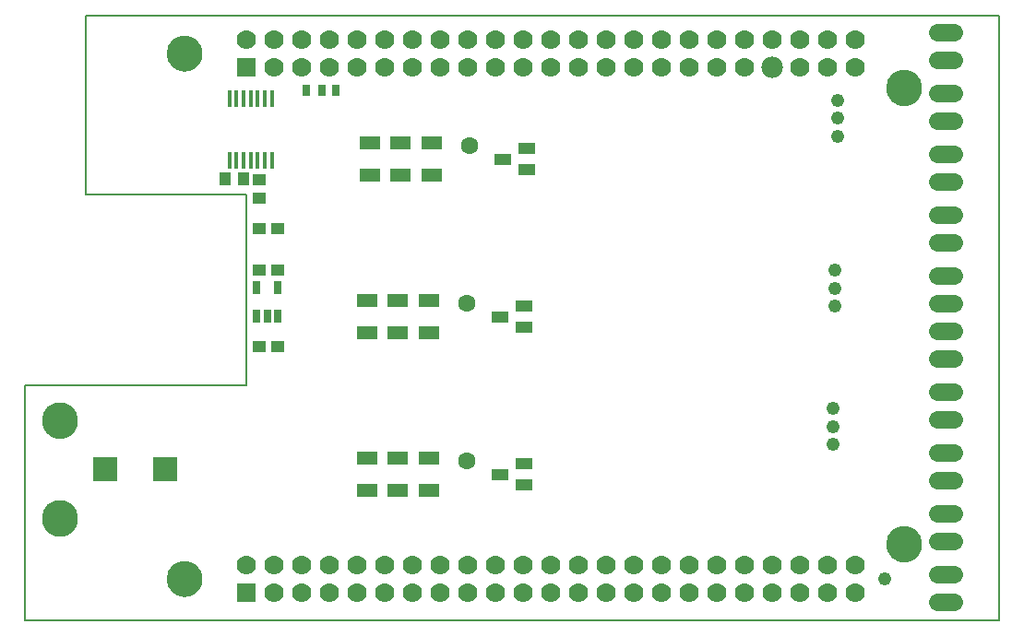
<source format=gbs>
G75*
%MOIN*%
%OFA0B0*%
%FSLAX25Y25*%
%IPPOS*%
%LPD*%
%AMOC8*
5,1,8,0,0,1.08239X$1,22.5*
%
%ADD10C,0.00500*%
%ADD11C,0.00000*%
%ADD12C,0.12900*%
%ADD13R,0.07000X0.07000*%
%ADD14C,0.07000*%
%ADD15C,0.07800*%
%ADD16R,0.07500X0.04800*%
%ADD17R,0.05912X0.04337*%
%ADD18C,0.06400*%
%ADD19R,0.08668X0.08668*%
%ADD20C,0.12998*%
%ADD21R,0.04731X0.04337*%
%ADD22R,0.04337X0.04731*%
%ADD23R,0.02565X0.05124*%
%ADD24R,0.03000X0.04200*%
%ADD25R,0.01800X0.06200*%
%ADD26C,0.04900*%
%ADD27C,0.06306*%
D10*
X0026831Y0007667D02*
X0026831Y0092667D01*
X0106831Y0092667D01*
X0106831Y0161667D01*
X0048831Y0161667D01*
X0048831Y0226167D01*
X0378831Y0226167D01*
X0378831Y0007667D01*
X0026831Y0007667D01*
D11*
X0078081Y0022667D02*
X0078083Y0022825D01*
X0078089Y0022982D01*
X0078099Y0023140D01*
X0078113Y0023297D01*
X0078131Y0023453D01*
X0078152Y0023610D01*
X0078178Y0023765D01*
X0078208Y0023920D01*
X0078241Y0024074D01*
X0078279Y0024227D01*
X0078320Y0024380D01*
X0078365Y0024531D01*
X0078414Y0024681D01*
X0078467Y0024829D01*
X0078523Y0024977D01*
X0078584Y0025122D01*
X0078647Y0025267D01*
X0078715Y0025409D01*
X0078786Y0025550D01*
X0078860Y0025689D01*
X0078938Y0025826D01*
X0079020Y0025961D01*
X0079104Y0026094D01*
X0079193Y0026225D01*
X0079284Y0026353D01*
X0079379Y0026480D01*
X0079476Y0026603D01*
X0079577Y0026725D01*
X0079681Y0026843D01*
X0079788Y0026959D01*
X0079898Y0027072D01*
X0080010Y0027183D01*
X0080126Y0027290D01*
X0080244Y0027395D01*
X0080364Y0027497D01*
X0080487Y0027595D01*
X0080613Y0027691D01*
X0080741Y0027783D01*
X0080871Y0027872D01*
X0081003Y0027958D01*
X0081138Y0028040D01*
X0081275Y0028119D01*
X0081413Y0028194D01*
X0081553Y0028266D01*
X0081696Y0028334D01*
X0081839Y0028399D01*
X0081985Y0028460D01*
X0082132Y0028517D01*
X0082280Y0028571D01*
X0082430Y0028621D01*
X0082580Y0028667D01*
X0082732Y0028709D01*
X0082885Y0028748D01*
X0083039Y0028782D01*
X0083194Y0028813D01*
X0083349Y0028839D01*
X0083505Y0028862D01*
X0083662Y0028881D01*
X0083819Y0028896D01*
X0083976Y0028907D01*
X0084134Y0028914D01*
X0084292Y0028917D01*
X0084449Y0028916D01*
X0084607Y0028911D01*
X0084764Y0028902D01*
X0084922Y0028889D01*
X0085078Y0028872D01*
X0085235Y0028851D01*
X0085390Y0028827D01*
X0085545Y0028798D01*
X0085700Y0028765D01*
X0085853Y0028729D01*
X0086006Y0028688D01*
X0086157Y0028644D01*
X0086307Y0028596D01*
X0086456Y0028545D01*
X0086604Y0028489D01*
X0086750Y0028430D01*
X0086895Y0028367D01*
X0087038Y0028300D01*
X0087179Y0028230D01*
X0087318Y0028157D01*
X0087456Y0028080D01*
X0087592Y0027999D01*
X0087725Y0027915D01*
X0087856Y0027828D01*
X0087985Y0027737D01*
X0088112Y0027643D01*
X0088237Y0027546D01*
X0088358Y0027446D01*
X0088478Y0027343D01*
X0088594Y0027237D01*
X0088708Y0027128D01*
X0088820Y0027016D01*
X0088928Y0026902D01*
X0089033Y0026784D01*
X0089136Y0026664D01*
X0089235Y0026542D01*
X0089331Y0026417D01*
X0089424Y0026289D01*
X0089514Y0026160D01*
X0089600Y0026028D01*
X0089684Y0025894D01*
X0089763Y0025758D01*
X0089840Y0025620D01*
X0089912Y0025480D01*
X0089981Y0025338D01*
X0090047Y0025195D01*
X0090109Y0025050D01*
X0090167Y0024903D01*
X0090222Y0024755D01*
X0090273Y0024606D01*
X0090320Y0024455D01*
X0090363Y0024304D01*
X0090402Y0024151D01*
X0090438Y0023997D01*
X0090469Y0023843D01*
X0090497Y0023688D01*
X0090521Y0023532D01*
X0090541Y0023375D01*
X0090557Y0023218D01*
X0090569Y0023061D01*
X0090577Y0022904D01*
X0090581Y0022746D01*
X0090581Y0022588D01*
X0090577Y0022430D01*
X0090569Y0022273D01*
X0090557Y0022116D01*
X0090541Y0021959D01*
X0090521Y0021802D01*
X0090497Y0021646D01*
X0090469Y0021491D01*
X0090438Y0021337D01*
X0090402Y0021183D01*
X0090363Y0021030D01*
X0090320Y0020879D01*
X0090273Y0020728D01*
X0090222Y0020579D01*
X0090167Y0020431D01*
X0090109Y0020284D01*
X0090047Y0020139D01*
X0089981Y0019996D01*
X0089912Y0019854D01*
X0089840Y0019714D01*
X0089763Y0019576D01*
X0089684Y0019440D01*
X0089600Y0019306D01*
X0089514Y0019174D01*
X0089424Y0019045D01*
X0089331Y0018917D01*
X0089235Y0018792D01*
X0089136Y0018670D01*
X0089033Y0018550D01*
X0088928Y0018432D01*
X0088820Y0018318D01*
X0088708Y0018206D01*
X0088594Y0018097D01*
X0088478Y0017991D01*
X0088358Y0017888D01*
X0088237Y0017788D01*
X0088112Y0017691D01*
X0087985Y0017597D01*
X0087856Y0017506D01*
X0087725Y0017419D01*
X0087592Y0017335D01*
X0087456Y0017254D01*
X0087318Y0017177D01*
X0087179Y0017104D01*
X0087038Y0017034D01*
X0086895Y0016967D01*
X0086750Y0016904D01*
X0086604Y0016845D01*
X0086456Y0016789D01*
X0086307Y0016738D01*
X0086157Y0016690D01*
X0086006Y0016646D01*
X0085853Y0016605D01*
X0085700Y0016569D01*
X0085545Y0016536D01*
X0085390Y0016507D01*
X0085235Y0016483D01*
X0085078Y0016462D01*
X0084922Y0016445D01*
X0084764Y0016432D01*
X0084607Y0016423D01*
X0084449Y0016418D01*
X0084292Y0016417D01*
X0084134Y0016420D01*
X0083976Y0016427D01*
X0083819Y0016438D01*
X0083662Y0016453D01*
X0083505Y0016472D01*
X0083349Y0016495D01*
X0083194Y0016521D01*
X0083039Y0016552D01*
X0082885Y0016586D01*
X0082732Y0016625D01*
X0082580Y0016667D01*
X0082430Y0016713D01*
X0082280Y0016763D01*
X0082132Y0016817D01*
X0081985Y0016874D01*
X0081839Y0016935D01*
X0081696Y0017000D01*
X0081553Y0017068D01*
X0081413Y0017140D01*
X0081275Y0017215D01*
X0081138Y0017294D01*
X0081003Y0017376D01*
X0080871Y0017462D01*
X0080741Y0017551D01*
X0080613Y0017643D01*
X0080487Y0017739D01*
X0080364Y0017837D01*
X0080244Y0017939D01*
X0080126Y0018044D01*
X0080010Y0018151D01*
X0079898Y0018262D01*
X0079788Y0018375D01*
X0079681Y0018491D01*
X0079577Y0018609D01*
X0079476Y0018731D01*
X0079379Y0018854D01*
X0079284Y0018981D01*
X0079193Y0019109D01*
X0079104Y0019240D01*
X0079020Y0019373D01*
X0078938Y0019508D01*
X0078860Y0019645D01*
X0078786Y0019784D01*
X0078715Y0019925D01*
X0078647Y0020067D01*
X0078584Y0020212D01*
X0078523Y0020357D01*
X0078467Y0020505D01*
X0078414Y0020653D01*
X0078365Y0020803D01*
X0078320Y0020954D01*
X0078279Y0021107D01*
X0078241Y0021260D01*
X0078208Y0021414D01*
X0078178Y0021569D01*
X0078152Y0021724D01*
X0078131Y0021881D01*
X0078113Y0022037D01*
X0078099Y0022194D01*
X0078089Y0022352D01*
X0078083Y0022509D01*
X0078081Y0022667D01*
X0032996Y0044450D02*
X0032998Y0044608D01*
X0033004Y0044766D01*
X0033014Y0044924D01*
X0033028Y0045082D01*
X0033046Y0045239D01*
X0033067Y0045396D01*
X0033093Y0045552D01*
X0033123Y0045708D01*
X0033156Y0045863D01*
X0033194Y0046016D01*
X0033235Y0046169D01*
X0033280Y0046321D01*
X0033329Y0046472D01*
X0033382Y0046621D01*
X0033438Y0046769D01*
X0033498Y0046915D01*
X0033562Y0047060D01*
X0033630Y0047203D01*
X0033701Y0047345D01*
X0033775Y0047485D01*
X0033853Y0047622D01*
X0033935Y0047758D01*
X0034019Y0047892D01*
X0034108Y0048023D01*
X0034199Y0048152D01*
X0034294Y0048279D01*
X0034391Y0048404D01*
X0034492Y0048526D01*
X0034596Y0048645D01*
X0034703Y0048762D01*
X0034813Y0048876D01*
X0034926Y0048987D01*
X0035041Y0049096D01*
X0035159Y0049201D01*
X0035280Y0049303D01*
X0035403Y0049403D01*
X0035529Y0049499D01*
X0035657Y0049592D01*
X0035787Y0049682D01*
X0035920Y0049768D01*
X0036055Y0049852D01*
X0036191Y0049931D01*
X0036330Y0050008D01*
X0036471Y0050080D01*
X0036613Y0050150D01*
X0036757Y0050215D01*
X0036903Y0050277D01*
X0037050Y0050335D01*
X0037199Y0050390D01*
X0037349Y0050441D01*
X0037500Y0050488D01*
X0037652Y0050531D01*
X0037805Y0050570D01*
X0037960Y0050606D01*
X0038115Y0050637D01*
X0038271Y0050665D01*
X0038427Y0050689D01*
X0038584Y0050709D01*
X0038742Y0050725D01*
X0038899Y0050737D01*
X0039058Y0050745D01*
X0039216Y0050749D01*
X0039374Y0050749D01*
X0039532Y0050745D01*
X0039691Y0050737D01*
X0039848Y0050725D01*
X0040006Y0050709D01*
X0040163Y0050689D01*
X0040319Y0050665D01*
X0040475Y0050637D01*
X0040630Y0050606D01*
X0040785Y0050570D01*
X0040938Y0050531D01*
X0041090Y0050488D01*
X0041241Y0050441D01*
X0041391Y0050390D01*
X0041540Y0050335D01*
X0041687Y0050277D01*
X0041833Y0050215D01*
X0041977Y0050150D01*
X0042119Y0050080D01*
X0042260Y0050008D01*
X0042399Y0049931D01*
X0042535Y0049852D01*
X0042670Y0049768D01*
X0042803Y0049682D01*
X0042933Y0049592D01*
X0043061Y0049499D01*
X0043187Y0049403D01*
X0043310Y0049303D01*
X0043431Y0049201D01*
X0043549Y0049096D01*
X0043664Y0048987D01*
X0043777Y0048876D01*
X0043887Y0048762D01*
X0043994Y0048645D01*
X0044098Y0048526D01*
X0044199Y0048404D01*
X0044296Y0048279D01*
X0044391Y0048152D01*
X0044482Y0048023D01*
X0044571Y0047892D01*
X0044655Y0047758D01*
X0044737Y0047622D01*
X0044815Y0047485D01*
X0044889Y0047345D01*
X0044960Y0047203D01*
X0045028Y0047060D01*
X0045092Y0046915D01*
X0045152Y0046769D01*
X0045208Y0046621D01*
X0045261Y0046472D01*
X0045310Y0046321D01*
X0045355Y0046169D01*
X0045396Y0046016D01*
X0045434Y0045863D01*
X0045467Y0045708D01*
X0045497Y0045552D01*
X0045523Y0045396D01*
X0045544Y0045239D01*
X0045562Y0045082D01*
X0045576Y0044924D01*
X0045586Y0044766D01*
X0045592Y0044608D01*
X0045594Y0044450D01*
X0045592Y0044292D01*
X0045586Y0044134D01*
X0045576Y0043976D01*
X0045562Y0043818D01*
X0045544Y0043661D01*
X0045523Y0043504D01*
X0045497Y0043348D01*
X0045467Y0043192D01*
X0045434Y0043037D01*
X0045396Y0042884D01*
X0045355Y0042731D01*
X0045310Y0042579D01*
X0045261Y0042428D01*
X0045208Y0042279D01*
X0045152Y0042131D01*
X0045092Y0041985D01*
X0045028Y0041840D01*
X0044960Y0041697D01*
X0044889Y0041555D01*
X0044815Y0041415D01*
X0044737Y0041278D01*
X0044655Y0041142D01*
X0044571Y0041008D01*
X0044482Y0040877D01*
X0044391Y0040748D01*
X0044296Y0040621D01*
X0044199Y0040496D01*
X0044098Y0040374D01*
X0043994Y0040255D01*
X0043887Y0040138D01*
X0043777Y0040024D01*
X0043664Y0039913D01*
X0043549Y0039804D01*
X0043431Y0039699D01*
X0043310Y0039597D01*
X0043187Y0039497D01*
X0043061Y0039401D01*
X0042933Y0039308D01*
X0042803Y0039218D01*
X0042670Y0039132D01*
X0042535Y0039048D01*
X0042399Y0038969D01*
X0042260Y0038892D01*
X0042119Y0038820D01*
X0041977Y0038750D01*
X0041833Y0038685D01*
X0041687Y0038623D01*
X0041540Y0038565D01*
X0041391Y0038510D01*
X0041241Y0038459D01*
X0041090Y0038412D01*
X0040938Y0038369D01*
X0040785Y0038330D01*
X0040630Y0038294D01*
X0040475Y0038263D01*
X0040319Y0038235D01*
X0040163Y0038211D01*
X0040006Y0038191D01*
X0039848Y0038175D01*
X0039691Y0038163D01*
X0039532Y0038155D01*
X0039374Y0038151D01*
X0039216Y0038151D01*
X0039058Y0038155D01*
X0038899Y0038163D01*
X0038742Y0038175D01*
X0038584Y0038191D01*
X0038427Y0038211D01*
X0038271Y0038235D01*
X0038115Y0038263D01*
X0037960Y0038294D01*
X0037805Y0038330D01*
X0037652Y0038369D01*
X0037500Y0038412D01*
X0037349Y0038459D01*
X0037199Y0038510D01*
X0037050Y0038565D01*
X0036903Y0038623D01*
X0036757Y0038685D01*
X0036613Y0038750D01*
X0036471Y0038820D01*
X0036330Y0038892D01*
X0036191Y0038969D01*
X0036055Y0039048D01*
X0035920Y0039132D01*
X0035787Y0039218D01*
X0035657Y0039308D01*
X0035529Y0039401D01*
X0035403Y0039497D01*
X0035280Y0039597D01*
X0035159Y0039699D01*
X0035041Y0039804D01*
X0034926Y0039913D01*
X0034813Y0040024D01*
X0034703Y0040138D01*
X0034596Y0040255D01*
X0034492Y0040374D01*
X0034391Y0040496D01*
X0034294Y0040621D01*
X0034199Y0040748D01*
X0034108Y0040877D01*
X0034019Y0041008D01*
X0033935Y0041142D01*
X0033853Y0041278D01*
X0033775Y0041415D01*
X0033701Y0041555D01*
X0033630Y0041697D01*
X0033562Y0041840D01*
X0033498Y0041985D01*
X0033438Y0042131D01*
X0033382Y0042279D01*
X0033329Y0042428D01*
X0033280Y0042579D01*
X0033235Y0042731D01*
X0033194Y0042884D01*
X0033156Y0043037D01*
X0033123Y0043192D01*
X0033093Y0043348D01*
X0033067Y0043504D01*
X0033046Y0043661D01*
X0033028Y0043818D01*
X0033014Y0043976D01*
X0033004Y0044134D01*
X0032998Y0044292D01*
X0032996Y0044450D01*
X0032996Y0079883D02*
X0032998Y0080041D01*
X0033004Y0080199D01*
X0033014Y0080357D01*
X0033028Y0080515D01*
X0033046Y0080672D01*
X0033067Y0080829D01*
X0033093Y0080985D01*
X0033123Y0081141D01*
X0033156Y0081296D01*
X0033194Y0081449D01*
X0033235Y0081602D01*
X0033280Y0081754D01*
X0033329Y0081905D01*
X0033382Y0082054D01*
X0033438Y0082202D01*
X0033498Y0082348D01*
X0033562Y0082493D01*
X0033630Y0082636D01*
X0033701Y0082778D01*
X0033775Y0082918D01*
X0033853Y0083055D01*
X0033935Y0083191D01*
X0034019Y0083325D01*
X0034108Y0083456D01*
X0034199Y0083585D01*
X0034294Y0083712D01*
X0034391Y0083837D01*
X0034492Y0083959D01*
X0034596Y0084078D01*
X0034703Y0084195D01*
X0034813Y0084309D01*
X0034926Y0084420D01*
X0035041Y0084529D01*
X0035159Y0084634D01*
X0035280Y0084736D01*
X0035403Y0084836D01*
X0035529Y0084932D01*
X0035657Y0085025D01*
X0035787Y0085115D01*
X0035920Y0085201D01*
X0036055Y0085285D01*
X0036191Y0085364D01*
X0036330Y0085441D01*
X0036471Y0085513D01*
X0036613Y0085583D01*
X0036757Y0085648D01*
X0036903Y0085710D01*
X0037050Y0085768D01*
X0037199Y0085823D01*
X0037349Y0085874D01*
X0037500Y0085921D01*
X0037652Y0085964D01*
X0037805Y0086003D01*
X0037960Y0086039D01*
X0038115Y0086070D01*
X0038271Y0086098D01*
X0038427Y0086122D01*
X0038584Y0086142D01*
X0038742Y0086158D01*
X0038899Y0086170D01*
X0039058Y0086178D01*
X0039216Y0086182D01*
X0039374Y0086182D01*
X0039532Y0086178D01*
X0039691Y0086170D01*
X0039848Y0086158D01*
X0040006Y0086142D01*
X0040163Y0086122D01*
X0040319Y0086098D01*
X0040475Y0086070D01*
X0040630Y0086039D01*
X0040785Y0086003D01*
X0040938Y0085964D01*
X0041090Y0085921D01*
X0041241Y0085874D01*
X0041391Y0085823D01*
X0041540Y0085768D01*
X0041687Y0085710D01*
X0041833Y0085648D01*
X0041977Y0085583D01*
X0042119Y0085513D01*
X0042260Y0085441D01*
X0042399Y0085364D01*
X0042535Y0085285D01*
X0042670Y0085201D01*
X0042803Y0085115D01*
X0042933Y0085025D01*
X0043061Y0084932D01*
X0043187Y0084836D01*
X0043310Y0084736D01*
X0043431Y0084634D01*
X0043549Y0084529D01*
X0043664Y0084420D01*
X0043777Y0084309D01*
X0043887Y0084195D01*
X0043994Y0084078D01*
X0044098Y0083959D01*
X0044199Y0083837D01*
X0044296Y0083712D01*
X0044391Y0083585D01*
X0044482Y0083456D01*
X0044571Y0083325D01*
X0044655Y0083191D01*
X0044737Y0083055D01*
X0044815Y0082918D01*
X0044889Y0082778D01*
X0044960Y0082636D01*
X0045028Y0082493D01*
X0045092Y0082348D01*
X0045152Y0082202D01*
X0045208Y0082054D01*
X0045261Y0081905D01*
X0045310Y0081754D01*
X0045355Y0081602D01*
X0045396Y0081449D01*
X0045434Y0081296D01*
X0045467Y0081141D01*
X0045497Y0080985D01*
X0045523Y0080829D01*
X0045544Y0080672D01*
X0045562Y0080515D01*
X0045576Y0080357D01*
X0045586Y0080199D01*
X0045592Y0080041D01*
X0045594Y0079883D01*
X0045592Y0079725D01*
X0045586Y0079567D01*
X0045576Y0079409D01*
X0045562Y0079251D01*
X0045544Y0079094D01*
X0045523Y0078937D01*
X0045497Y0078781D01*
X0045467Y0078625D01*
X0045434Y0078470D01*
X0045396Y0078317D01*
X0045355Y0078164D01*
X0045310Y0078012D01*
X0045261Y0077861D01*
X0045208Y0077712D01*
X0045152Y0077564D01*
X0045092Y0077418D01*
X0045028Y0077273D01*
X0044960Y0077130D01*
X0044889Y0076988D01*
X0044815Y0076848D01*
X0044737Y0076711D01*
X0044655Y0076575D01*
X0044571Y0076441D01*
X0044482Y0076310D01*
X0044391Y0076181D01*
X0044296Y0076054D01*
X0044199Y0075929D01*
X0044098Y0075807D01*
X0043994Y0075688D01*
X0043887Y0075571D01*
X0043777Y0075457D01*
X0043664Y0075346D01*
X0043549Y0075237D01*
X0043431Y0075132D01*
X0043310Y0075030D01*
X0043187Y0074930D01*
X0043061Y0074834D01*
X0042933Y0074741D01*
X0042803Y0074651D01*
X0042670Y0074565D01*
X0042535Y0074481D01*
X0042399Y0074402D01*
X0042260Y0074325D01*
X0042119Y0074253D01*
X0041977Y0074183D01*
X0041833Y0074118D01*
X0041687Y0074056D01*
X0041540Y0073998D01*
X0041391Y0073943D01*
X0041241Y0073892D01*
X0041090Y0073845D01*
X0040938Y0073802D01*
X0040785Y0073763D01*
X0040630Y0073727D01*
X0040475Y0073696D01*
X0040319Y0073668D01*
X0040163Y0073644D01*
X0040006Y0073624D01*
X0039848Y0073608D01*
X0039691Y0073596D01*
X0039532Y0073588D01*
X0039374Y0073584D01*
X0039216Y0073584D01*
X0039058Y0073588D01*
X0038899Y0073596D01*
X0038742Y0073608D01*
X0038584Y0073624D01*
X0038427Y0073644D01*
X0038271Y0073668D01*
X0038115Y0073696D01*
X0037960Y0073727D01*
X0037805Y0073763D01*
X0037652Y0073802D01*
X0037500Y0073845D01*
X0037349Y0073892D01*
X0037199Y0073943D01*
X0037050Y0073998D01*
X0036903Y0074056D01*
X0036757Y0074118D01*
X0036613Y0074183D01*
X0036471Y0074253D01*
X0036330Y0074325D01*
X0036191Y0074402D01*
X0036055Y0074481D01*
X0035920Y0074565D01*
X0035787Y0074651D01*
X0035657Y0074741D01*
X0035529Y0074834D01*
X0035403Y0074930D01*
X0035280Y0075030D01*
X0035159Y0075132D01*
X0035041Y0075237D01*
X0034926Y0075346D01*
X0034813Y0075457D01*
X0034703Y0075571D01*
X0034596Y0075688D01*
X0034492Y0075807D01*
X0034391Y0075929D01*
X0034294Y0076054D01*
X0034199Y0076181D01*
X0034108Y0076310D01*
X0034019Y0076441D01*
X0033935Y0076575D01*
X0033853Y0076711D01*
X0033775Y0076848D01*
X0033701Y0076988D01*
X0033630Y0077130D01*
X0033562Y0077273D01*
X0033498Y0077418D01*
X0033438Y0077564D01*
X0033382Y0077712D01*
X0033329Y0077861D01*
X0033280Y0078012D01*
X0033235Y0078164D01*
X0033194Y0078317D01*
X0033156Y0078470D01*
X0033123Y0078625D01*
X0033093Y0078781D01*
X0033067Y0078937D01*
X0033046Y0079094D01*
X0033028Y0079251D01*
X0033014Y0079409D01*
X0033004Y0079567D01*
X0032998Y0079725D01*
X0032996Y0079883D01*
X0078081Y0212667D02*
X0078083Y0212825D01*
X0078089Y0212982D01*
X0078099Y0213140D01*
X0078113Y0213297D01*
X0078131Y0213453D01*
X0078152Y0213610D01*
X0078178Y0213765D01*
X0078208Y0213920D01*
X0078241Y0214074D01*
X0078279Y0214227D01*
X0078320Y0214380D01*
X0078365Y0214531D01*
X0078414Y0214681D01*
X0078467Y0214829D01*
X0078523Y0214977D01*
X0078584Y0215122D01*
X0078647Y0215267D01*
X0078715Y0215409D01*
X0078786Y0215550D01*
X0078860Y0215689D01*
X0078938Y0215826D01*
X0079020Y0215961D01*
X0079104Y0216094D01*
X0079193Y0216225D01*
X0079284Y0216353D01*
X0079379Y0216480D01*
X0079476Y0216603D01*
X0079577Y0216725D01*
X0079681Y0216843D01*
X0079788Y0216959D01*
X0079898Y0217072D01*
X0080010Y0217183D01*
X0080126Y0217290D01*
X0080244Y0217395D01*
X0080364Y0217497D01*
X0080487Y0217595D01*
X0080613Y0217691D01*
X0080741Y0217783D01*
X0080871Y0217872D01*
X0081003Y0217958D01*
X0081138Y0218040D01*
X0081275Y0218119D01*
X0081413Y0218194D01*
X0081553Y0218266D01*
X0081696Y0218334D01*
X0081839Y0218399D01*
X0081985Y0218460D01*
X0082132Y0218517D01*
X0082280Y0218571D01*
X0082430Y0218621D01*
X0082580Y0218667D01*
X0082732Y0218709D01*
X0082885Y0218748D01*
X0083039Y0218782D01*
X0083194Y0218813D01*
X0083349Y0218839D01*
X0083505Y0218862D01*
X0083662Y0218881D01*
X0083819Y0218896D01*
X0083976Y0218907D01*
X0084134Y0218914D01*
X0084292Y0218917D01*
X0084449Y0218916D01*
X0084607Y0218911D01*
X0084764Y0218902D01*
X0084922Y0218889D01*
X0085078Y0218872D01*
X0085235Y0218851D01*
X0085390Y0218827D01*
X0085545Y0218798D01*
X0085700Y0218765D01*
X0085853Y0218729D01*
X0086006Y0218688D01*
X0086157Y0218644D01*
X0086307Y0218596D01*
X0086456Y0218545D01*
X0086604Y0218489D01*
X0086750Y0218430D01*
X0086895Y0218367D01*
X0087038Y0218300D01*
X0087179Y0218230D01*
X0087318Y0218157D01*
X0087456Y0218080D01*
X0087592Y0217999D01*
X0087725Y0217915D01*
X0087856Y0217828D01*
X0087985Y0217737D01*
X0088112Y0217643D01*
X0088237Y0217546D01*
X0088358Y0217446D01*
X0088478Y0217343D01*
X0088594Y0217237D01*
X0088708Y0217128D01*
X0088820Y0217016D01*
X0088928Y0216902D01*
X0089033Y0216784D01*
X0089136Y0216664D01*
X0089235Y0216542D01*
X0089331Y0216417D01*
X0089424Y0216289D01*
X0089514Y0216160D01*
X0089600Y0216028D01*
X0089684Y0215894D01*
X0089763Y0215758D01*
X0089840Y0215620D01*
X0089912Y0215480D01*
X0089981Y0215338D01*
X0090047Y0215195D01*
X0090109Y0215050D01*
X0090167Y0214903D01*
X0090222Y0214755D01*
X0090273Y0214606D01*
X0090320Y0214455D01*
X0090363Y0214304D01*
X0090402Y0214151D01*
X0090438Y0213997D01*
X0090469Y0213843D01*
X0090497Y0213688D01*
X0090521Y0213532D01*
X0090541Y0213375D01*
X0090557Y0213218D01*
X0090569Y0213061D01*
X0090577Y0212904D01*
X0090581Y0212746D01*
X0090581Y0212588D01*
X0090577Y0212430D01*
X0090569Y0212273D01*
X0090557Y0212116D01*
X0090541Y0211959D01*
X0090521Y0211802D01*
X0090497Y0211646D01*
X0090469Y0211491D01*
X0090438Y0211337D01*
X0090402Y0211183D01*
X0090363Y0211030D01*
X0090320Y0210879D01*
X0090273Y0210728D01*
X0090222Y0210579D01*
X0090167Y0210431D01*
X0090109Y0210284D01*
X0090047Y0210139D01*
X0089981Y0209996D01*
X0089912Y0209854D01*
X0089840Y0209714D01*
X0089763Y0209576D01*
X0089684Y0209440D01*
X0089600Y0209306D01*
X0089514Y0209174D01*
X0089424Y0209045D01*
X0089331Y0208917D01*
X0089235Y0208792D01*
X0089136Y0208670D01*
X0089033Y0208550D01*
X0088928Y0208432D01*
X0088820Y0208318D01*
X0088708Y0208206D01*
X0088594Y0208097D01*
X0088478Y0207991D01*
X0088358Y0207888D01*
X0088237Y0207788D01*
X0088112Y0207691D01*
X0087985Y0207597D01*
X0087856Y0207506D01*
X0087725Y0207419D01*
X0087592Y0207335D01*
X0087456Y0207254D01*
X0087318Y0207177D01*
X0087179Y0207104D01*
X0087038Y0207034D01*
X0086895Y0206967D01*
X0086750Y0206904D01*
X0086604Y0206845D01*
X0086456Y0206789D01*
X0086307Y0206738D01*
X0086157Y0206690D01*
X0086006Y0206646D01*
X0085853Y0206605D01*
X0085700Y0206569D01*
X0085545Y0206536D01*
X0085390Y0206507D01*
X0085235Y0206483D01*
X0085078Y0206462D01*
X0084922Y0206445D01*
X0084764Y0206432D01*
X0084607Y0206423D01*
X0084449Y0206418D01*
X0084292Y0206417D01*
X0084134Y0206420D01*
X0083976Y0206427D01*
X0083819Y0206438D01*
X0083662Y0206453D01*
X0083505Y0206472D01*
X0083349Y0206495D01*
X0083194Y0206521D01*
X0083039Y0206552D01*
X0082885Y0206586D01*
X0082732Y0206625D01*
X0082580Y0206667D01*
X0082430Y0206713D01*
X0082280Y0206763D01*
X0082132Y0206817D01*
X0081985Y0206874D01*
X0081839Y0206935D01*
X0081696Y0207000D01*
X0081553Y0207068D01*
X0081413Y0207140D01*
X0081275Y0207215D01*
X0081138Y0207294D01*
X0081003Y0207376D01*
X0080871Y0207462D01*
X0080741Y0207551D01*
X0080613Y0207643D01*
X0080487Y0207739D01*
X0080364Y0207837D01*
X0080244Y0207939D01*
X0080126Y0208044D01*
X0080010Y0208151D01*
X0079898Y0208262D01*
X0079788Y0208375D01*
X0079681Y0208491D01*
X0079577Y0208609D01*
X0079476Y0208731D01*
X0079379Y0208854D01*
X0079284Y0208981D01*
X0079193Y0209109D01*
X0079104Y0209240D01*
X0079020Y0209373D01*
X0078938Y0209508D01*
X0078860Y0209645D01*
X0078786Y0209784D01*
X0078715Y0209925D01*
X0078647Y0210067D01*
X0078584Y0210212D01*
X0078523Y0210357D01*
X0078467Y0210505D01*
X0078414Y0210653D01*
X0078365Y0210803D01*
X0078320Y0210954D01*
X0078279Y0211107D01*
X0078241Y0211260D01*
X0078208Y0211414D01*
X0078178Y0211569D01*
X0078152Y0211724D01*
X0078131Y0211881D01*
X0078113Y0212037D01*
X0078099Y0212194D01*
X0078089Y0212352D01*
X0078083Y0212509D01*
X0078081Y0212667D01*
X0338081Y0200167D02*
X0338083Y0200325D01*
X0338089Y0200482D01*
X0338099Y0200640D01*
X0338113Y0200797D01*
X0338131Y0200953D01*
X0338152Y0201110D01*
X0338178Y0201265D01*
X0338208Y0201420D01*
X0338241Y0201574D01*
X0338279Y0201727D01*
X0338320Y0201880D01*
X0338365Y0202031D01*
X0338414Y0202181D01*
X0338467Y0202329D01*
X0338523Y0202477D01*
X0338584Y0202622D01*
X0338647Y0202767D01*
X0338715Y0202909D01*
X0338786Y0203050D01*
X0338860Y0203189D01*
X0338938Y0203326D01*
X0339020Y0203461D01*
X0339104Y0203594D01*
X0339193Y0203725D01*
X0339284Y0203853D01*
X0339379Y0203980D01*
X0339476Y0204103D01*
X0339577Y0204225D01*
X0339681Y0204343D01*
X0339788Y0204459D01*
X0339898Y0204572D01*
X0340010Y0204683D01*
X0340126Y0204790D01*
X0340244Y0204895D01*
X0340364Y0204997D01*
X0340487Y0205095D01*
X0340613Y0205191D01*
X0340741Y0205283D01*
X0340871Y0205372D01*
X0341003Y0205458D01*
X0341138Y0205540D01*
X0341275Y0205619D01*
X0341413Y0205694D01*
X0341553Y0205766D01*
X0341696Y0205834D01*
X0341839Y0205899D01*
X0341985Y0205960D01*
X0342132Y0206017D01*
X0342280Y0206071D01*
X0342430Y0206121D01*
X0342580Y0206167D01*
X0342732Y0206209D01*
X0342885Y0206248D01*
X0343039Y0206282D01*
X0343194Y0206313D01*
X0343349Y0206339D01*
X0343505Y0206362D01*
X0343662Y0206381D01*
X0343819Y0206396D01*
X0343976Y0206407D01*
X0344134Y0206414D01*
X0344292Y0206417D01*
X0344449Y0206416D01*
X0344607Y0206411D01*
X0344764Y0206402D01*
X0344922Y0206389D01*
X0345078Y0206372D01*
X0345235Y0206351D01*
X0345390Y0206327D01*
X0345545Y0206298D01*
X0345700Y0206265D01*
X0345853Y0206229D01*
X0346006Y0206188D01*
X0346157Y0206144D01*
X0346307Y0206096D01*
X0346456Y0206045D01*
X0346604Y0205989D01*
X0346750Y0205930D01*
X0346895Y0205867D01*
X0347038Y0205800D01*
X0347179Y0205730D01*
X0347318Y0205657D01*
X0347456Y0205580D01*
X0347592Y0205499D01*
X0347725Y0205415D01*
X0347856Y0205328D01*
X0347985Y0205237D01*
X0348112Y0205143D01*
X0348237Y0205046D01*
X0348358Y0204946D01*
X0348478Y0204843D01*
X0348594Y0204737D01*
X0348708Y0204628D01*
X0348820Y0204516D01*
X0348928Y0204402D01*
X0349033Y0204284D01*
X0349136Y0204164D01*
X0349235Y0204042D01*
X0349331Y0203917D01*
X0349424Y0203789D01*
X0349514Y0203660D01*
X0349600Y0203528D01*
X0349684Y0203394D01*
X0349763Y0203258D01*
X0349840Y0203120D01*
X0349912Y0202980D01*
X0349981Y0202838D01*
X0350047Y0202695D01*
X0350109Y0202550D01*
X0350167Y0202403D01*
X0350222Y0202255D01*
X0350273Y0202106D01*
X0350320Y0201955D01*
X0350363Y0201804D01*
X0350402Y0201651D01*
X0350438Y0201497D01*
X0350469Y0201343D01*
X0350497Y0201188D01*
X0350521Y0201032D01*
X0350541Y0200875D01*
X0350557Y0200718D01*
X0350569Y0200561D01*
X0350577Y0200404D01*
X0350581Y0200246D01*
X0350581Y0200088D01*
X0350577Y0199930D01*
X0350569Y0199773D01*
X0350557Y0199616D01*
X0350541Y0199459D01*
X0350521Y0199302D01*
X0350497Y0199146D01*
X0350469Y0198991D01*
X0350438Y0198837D01*
X0350402Y0198683D01*
X0350363Y0198530D01*
X0350320Y0198379D01*
X0350273Y0198228D01*
X0350222Y0198079D01*
X0350167Y0197931D01*
X0350109Y0197784D01*
X0350047Y0197639D01*
X0349981Y0197496D01*
X0349912Y0197354D01*
X0349840Y0197214D01*
X0349763Y0197076D01*
X0349684Y0196940D01*
X0349600Y0196806D01*
X0349514Y0196674D01*
X0349424Y0196545D01*
X0349331Y0196417D01*
X0349235Y0196292D01*
X0349136Y0196170D01*
X0349033Y0196050D01*
X0348928Y0195932D01*
X0348820Y0195818D01*
X0348708Y0195706D01*
X0348594Y0195597D01*
X0348478Y0195491D01*
X0348358Y0195388D01*
X0348237Y0195288D01*
X0348112Y0195191D01*
X0347985Y0195097D01*
X0347856Y0195006D01*
X0347725Y0194919D01*
X0347592Y0194835D01*
X0347456Y0194754D01*
X0347318Y0194677D01*
X0347179Y0194604D01*
X0347038Y0194534D01*
X0346895Y0194467D01*
X0346750Y0194404D01*
X0346604Y0194345D01*
X0346456Y0194289D01*
X0346307Y0194238D01*
X0346157Y0194190D01*
X0346006Y0194146D01*
X0345853Y0194105D01*
X0345700Y0194069D01*
X0345545Y0194036D01*
X0345390Y0194007D01*
X0345235Y0193983D01*
X0345078Y0193962D01*
X0344922Y0193945D01*
X0344764Y0193932D01*
X0344607Y0193923D01*
X0344449Y0193918D01*
X0344292Y0193917D01*
X0344134Y0193920D01*
X0343976Y0193927D01*
X0343819Y0193938D01*
X0343662Y0193953D01*
X0343505Y0193972D01*
X0343349Y0193995D01*
X0343194Y0194021D01*
X0343039Y0194052D01*
X0342885Y0194086D01*
X0342732Y0194125D01*
X0342580Y0194167D01*
X0342430Y0194213D01*
X0342280Y0194263D01*
X0342132Y0194317D01*
X0341985Y0194374D01*
X0341839Y0194435D01*
X0341696Y0194500D01*
X0341553Y0194568D01*
X0341413Y0194640D01*
X0341275Y0194715D01*
X0341138Y0194794D01*
X0341003Y0194876D01*
X0340871Y0194962D01*
X0340741Y0195051D01*
X0340613Y0195143D01*
X0340487Y0195239D01*
X0340364Y0195337D01*
X0340244Y0195439D01*
X0340126Y0195544D01*
X0340010Y0195651D01*
X0339898Y0195762D01*
X0339788Y0195875D01*
X0339681Y0195991D01*
X0339577Y0196109D01*
X0339476Y0196231D01*
X0339379Y0196354D01*
X0339284Y0196481D01*
X0339193Y0196609D01*
X0339104Y0196740D01*
X0339020Y0196873D01*
X0338938Y0197008D01*
X0338860Y0197145D01*
X0338786Y0197284D01*
X0338715Y0197425D01*
X0338647Y0197567D01*
X0338584Y0197712D01*
X0338523Y0197857D01*
X0338467Y0198005D01*
X0338414Y0198153D01*
X0338365Y0198303D01*
X0338320Y0198454D01*
X0338279Y0198607D01*
X0338241Y0198760D01*
X0338208Y0198914D01*
X0338178Y0199069D01*
X0338152Y0199224D01*
X0338131Y0199381D01*
X0338113Y0199537D01*
X0338099Y0199694D01*
X0338089Y0199852D01*
X0338083Y0200009D01*
X0338081Y0200167D01*
X0338081Y0035167D02*
X0338083Y0035325D01*
X0338089Y0035482D01*
X0338099Y0035640D01*
X0338113Y0035797D01*
X0338131Y0035953D01*
X0338152Y0036110D01*
X0338178Y0036265D01*
X0338208Y0036420D01*
X0338241Y0036574D01*
X0338279Y0036727D01*
X0338320Y0036880D01*
X0338365Y0037031D01*
X0338414Y0037181D01*
X0338467Y0037329D01*
X0338523Y0037477D01*
X0338584Y0037622D01*
X0338647Y0037767D01*
X0338715Y0037909D01*
X0338786Y0038050D01*
X0338860Y0038189D01*
X0338938Y0038326D01*
X0339020Y0038461D01*
X0339104Y0038594D01*
X0339193Y0038725D01*
X0339284Y0038853D01*
X0339379Y0038980D01*
X0339476Y0039103D01*
X0339577Y0039225D01*
X0339681Y0039343D01*
X0339788Y0039459D01*
X0339898Y0039572D01*
X0340010Y0039683D01*
X0340126Y0039790D01*
X0340244Y0039895D01*
X0340364Y0039997D01*
X0340487Y0040095D01*
X0340613Y0040191D01*
X0340741Y0040283D01*
X0340871Y0040372D01*
X0341003Y0040458D01*
X0341138Y0040540D01*
X0341275Y0040619D01*
X0341413Y0040694D01*
X0341553Y0040766D01*
X0341696Y0040834D01*
X0341839Y0040899D01*
X0341985Y0040960D01*
X0342132Y0041017D01*
X0342280Y0041071D01*
X0342430Y0041121D01*
X0342580Y0041167D01*
X0342732Y0041209D01*
X0342885Y0041248D01*
X0343039Y0041282D01*
X0343194Y0041313D01*
X0343349Y0041339D01*
X0343505Y0041362D01*
X0343662Y0041381D01*
X0343819Y0041396D01*
X0343976Y0041407D01*
X0344134Y0041414D01*
X0344292Y0041417D01*
X0344449Y0041416D01*
X0344607Y0041411D01*
X0344764Y0041402D01*
X0344922Y0041389D01*
X0345078Y0041372D01*
X0345235Y0041351D01*
X0345390Y0041327D01*
X0345545Y0041298D01*
X0345700Y0041265D01*
X0345853Y0041229D01*
X0346006Y0041188D01*
X0346157Y0041144D01*
X0346307Y0041096D01*
X0346456Y0041045D01*
X0346604Y0040989D01*
X0346750Y0040930D01*
X0346895Y0040867D01*
X0347038Y0040800D01*
X0347179Y0040730D01*
X0347318Y0040657D01*
X0347456Y0040580D01*
X0347592Y0040499D01*
X0347725Y0040415D01*
X0347856Y0040328D01*
X0347985Y0040237D01*
X0348112Y0040143D01*
X0348237Y0040046D01*
X0348358Y0039946D01*
X0348478Y0039843D01*
X0348594Y0039737D01*
X0348708Y0039628D01*
X0348820Y0039516D01*
X0348928Y0039402D01*
X0349033Y0039284D01*
X0349136Y0039164D01*
X0349235Y0039042D01*
X0349331Y0038917D01*
X0349424Y0038789D01*
X0349514Y0038660D01*
X0349600Y0038528D01*
X0349684Y0038394D01*
X0349763Y0038258D01*
X0349840Y0038120D01*
X0349912Y0037980D01*
X0349981Y0037838D01*
X0350047Y0037695D01*
X0350109Y0037550D01*
X0350167Y0037403D01*
X0350222Y0037255D01*
X0350273Y0037106D01*
X0350320Y0036955D01*
X0350363Y0036804D01*
X0350402Y0036651D01*
X0350438Y0036497D01*
X0350469Y0036343D01*
X0350497Y0036188D01*
X0350521Y0036032D01*
X0350541Y0035875D01*
X0350557Y0035718D01*
X0350569Y0035561D01*
X0350577Y0035404D01*
X0350581Y0035246D01*
X0350581Y0035088D01*
X0350577Y0034930D01*
X0350569Y0034773D01*
X0350557Y0034616D01*
X0350541Y0034459D01*
X0350521Y0034302D01*
X0350497Y0034146D01*
X0350469Y0033991D01*
X0350438Y0033837D01*
X0350402Y0033683D01*
X0350363Y0033530D01*
X0350320Y0033379D01*
X0350273Y0033228D01*
X0350222Y0033079D01*
X0350167Y0032931D01*
X0350109Y0032784D01*
X0350047Y0032639D01*
X0349981Y0032496D01*
X0349912Y0032354D01*
X0349840Y0032214D01*
X0349763Y0032076D01*
X0349684Y0031940D01*
X0349600Y0031806D01*
X0349514Y0031674D01*
X0349424Y0031545D01*
X0349331Y0031417D01*
X0349235Y0031292D01*
X0349136Y0031170D01*
X0349033Y0031050D01*
X0348928Y0030932D01*
X0348820Y0030818D01*
X0348708Y0030706D01*
X0348594Y0030597D01*
X0348478Y0030491D01*
X0348358Y0030388D01*
X0348237Y0030288D01*
X0348112Y0030191D01*
X0347985Y0030097D01*
X0347856Y0030006D01*
X0347725Y0029919D01*
X0347592Y0029835D01*
X0347456Y0029754D01*
X0347318Y0029677D01*
X0347179Y0029604D01*
X0347038Y0029534D01*
X0346895Y0029467D01*
X0346750Y0029404D01*
X0346604Y0029345D01*
X0346456Y0029289D01*
X0346307Y0029238D01*
X0346157Y0029190D01*
X0346006Y0029146D01*
X0345853Y0029105D01*
X0345700Y0029069D01*
X0345545Y0029036D01*
X0345390Y0029007D01*
X0345235Y0028983D01*
X0345078Y0028962D01*
X0344922Y0028945D01*
X0344764Y0028932D01*
X0344607Y0028923D01*
X0344449Y0028918D01*
X0344292Y0028917D01*
X0344134Y0028920D01*
X0343976Y0028927D01*
X0343819Y0028938D01*
X0343662Y0028953D01*
X0343505Y0028972D01*
X0343349Y0028995D01*
X0343194Y0029021D01*
X0343039Y0029052D01*
X0342885Y0029086D01*
X0342732Y0029125D01*
X0342580Y0029167D01*
X0342430Y0029213D01*
X0342280Y0029263D01*
X0342132Y0029317D01*
X0341985Y0029374D01*
X0341839Y0029435D01*
X0341696Y0029500D01*
X0341553Y0029568D01*
X0341413Y0029640D01*
X0341275Y0029715D01*
X0341138Y0029794D01*
X0341003Y0029876D01*
X0340871Y0029962D01*
X0340741Y0030051D01*
X0340613Y0030143D01*
X0340487Y0030239D01*
X0340364Y0030337D01*
X0340244Y0030439D01*
X0340126Y0030544D01*
X0340010Y0030651D01*
X0339898Y0030762D01*
X0339788Y0030875D01*
X0339681Y0030991D01*
X0339577Y0031109D01*
X0339476Y0031231D01*
X0339379Y0031354D01*
X0339284Y0031481D01*
X0339193Y0031609D01*
X0339104Y0031740D01*
X0339020Y0031873D01*
X0338938Y0032008D01*
X0338860Y0032145D01*
X0338786Y0032284D01*
X0338715Y0032425D01*
X0338647Y0032567D01*
X0338584Y0032712D01*
X0338523Y0032857D01*
X0338467Y0033005D01*
X0338414Y0033153D01*
X0338365Y0033303D01*
X0338320Y0033454D01*
X0338279Y0033607D01*
X0338241Y0033760D01*
X0338208Y0033914D01*
X0338178Y0034069D01*
X0338152Y0034224D01*
X0338131Y0034381D01*
X0338113Y0034537D01*
X0338099Y0034694D01*
X0338089Y0034852D01*
X0338083Y0035009D01*
X0338081Y0035167D01*
D12*
X0344331Y0035167D03*
X0084331Y0022667D03*
X0344331Y0200167D03*
X0084331Y0212667D03*
D13*
X0106831Y0207667D03*
X0106831Y0017667D03*
D14*
X0116831Y0017667D03*
X0126831Y0017667D03*
X0136831Y0017667D03*
X0146831Y0017667D03*
X0156831Y0017667D03*
X0166831Y0017667D03*
X0176831Y0017667D03*
X0186831Y0017667D03*
X0196831Y0017667D03*
X0206831Y0017667D03*
X0216831Y0017667D03*
X0226831Y0017667D03*
X0236831Y0017667D03*
X0246831Y0017667D03*
X0256831Y0017667D03*
X0266831Y0017667D03*
X0276831Y0017667D03*
X0286831Y0017667D03*
X0296831Y0017667D03*
X0306831Y0017667D03*
X0316831Y0017667D03*
X0326831Y0017667D03*
X0326831Y0027667D03*
X0316831Y0027667D03*
X0306831Y0027667D03*
X0296831Y0027667D03*
X0286831Y0027667D03*
X0276831Y0027667D03*
X0266831Y0027667D03*
X0256831Y0027667D03*
X0246831Y0027667D03*
X0236831Y0027667D03*
X0226831Y0027667D03*
X0216831Y0027667D03*
X0206831Y0027667D03*
X0196831Y0027667D03*
X0186831Y0027667D03*
X0176831Y0027667D03*
X0166831Y0027667D03*
X0156831Y0027667D03*
X0146831Y0027667D03*
X0136831Y0027667D03*
X0126831Y0027667D03*
X0116831Y0027667D03*
X0106831Y0027667D03*
X0116831Y0207667D03*
X0126831Y0207667D03*
X0136831Y0207667D03*
X0146831Y0207667D03*
X0156831Y0207667D03*
X0166831Y0207667D03*
X0176831Y0207667D03*
X0186831Y0207667D03*
X0196831Y0207667D03*
X0206831Y0207667D03*
X0216831Y0207667D03*
X0226831Y0207667D03*
X0236831Y0207667D03*
X0246831Y0207667D03*
X0256831Y0207667D03*
X0266831Y0207667D03*
X0276831Y0207667D03*
X0286831Y0207667D03*
X0286831Y0217667D03*
X0296831Y0217667D03*
X0306831Y0217667D03*
X0316831Y0217667D03*
X0326831Y0217667D03*
X0326831Y0207667D03*
X0316831Y0207667D03*
X0306831Y0207667D03*
X0276831Y0217667D03*
X0266831Y0217667D03*
X0256831Y0217667D03*
X0246831Y0217667D03*
X0236831Y0217667D03*
X0226831Y0217667D03*
X0216831Y0217667D03*
X0206831Y0217667D03*
X0196831Y0217667D03*
X0186831Y0217667D03*
X0176831Y0217667D03*
X0166831Y0217667D03*
X0156831Y0217667D03*
X0146831Y0217667D03*
X0136831Y0217667D03*
X0126831Y0217667D03*
X0116831Y0217667D03*
X0106831Y0217667D03*
D15*
X0296831Y0207667D03*
D16*
X0173831Y0180317D03*
X0162581Y0180317D03*
X0151331Y0180317D03*
X0151331Y0168517D03*
X0162581Y0168517D03*
X0173831Y0168517D03*
X0172831Y0123317D03*
X0161581Y0123317D03*
X0150331Y0123317D03*
X0150331Y0111517D03*
X0161581Y0111517D03*
X0172831Y0111517D03*
X0172831Y0066317D03*
X0161581Y0066317D03*
X0150331Y0066317D03*
X0150331Y0054517D03*
X0161581Y0054517D03*
X0172831Y0054517D03*
D17*
X0198500Y0060417D03*
X0207161Y0064157D03*
X0207161Y0056677D03*
X0207161Y0113677D03*
X0198500Y0117417D03*
X0207161Y0121157D03*
X0208161Y0170677D03*
X0199500Y0174417D03*
X0208161Y0178157D03*
D18*
X0356331Y0176167D02*
X0362331Y0176167D01*
X0362331Y0166167D02*
X0356331Y0166167D01*
X0356331Y0154167D02*
X0362331Y0154167D01*
X0362331Y0144167D02*
X0356331Y0144167D01*
X0356331Y0132167D02*
X0362331Y0132167D01*
X0362331Y0122167D02*
X0356331Y0122167D01*
X0356331Y0112167D02*
X0362331Y0112167D01*
X0362331Y0102167D02*
X0356331Y0102167D01*
X0356331Y0090167D02*
X0362331Y0090167D01*
X0362331Y0080167D02*
X0356331Y0080167D01*
X0356331Y0068167D02*
X0362331Y0068167D01*
X0362331Y0058167D02*
X0356331Y0058167D01*
X0356331Y0046167D02*
X0362331Y0046167D01*
X0362331Y0036167D02*
X0356331Y0036167D01*
X0356331Y0024167D02*
X0362331Y0024167D01*
X0362331Y0014167D02*
X0356331Y0014167D01*
X0356331Y0188167D02*
X0362331Y0188167D01*
X0362331Y0198167D02*
X0356331Y0198167D01*
X0356331Y0210167D02*
X0362331Y0210167D01*
X0362331Y0220167D02*
X0356331Y0220167D01*
D19*
X0077484Y0062167D03*
X0055831Y0062167D03*
D20*
X0039295Y0079883D03*
X0039295Y0044450D03*
D21*
X0111484Y0106667D03*
X0118177Y0106667D03*
X0118177Y0134167D03*
X0111484Y0134167D03*
X0111484Y0149167D03*
X0118177Y0149167D03*
X0111331Y0160320D03*
X0111331Y0167013D03*
D22*
X0105677Y0167167D03*
X0098984Y0167167D03*
D23*
X0110591Y0127785D03*
X0118071Y0127785D03*
X0118071Y0117549D03*
X0114331Y0117549D03*
X0110591Y0117549D03*
D24*
X0128581Y0199167D03*
X0134081Y0199167D03*
X0139081Y0199167D03*
D25*
X0116031Y0196267D03*
X0113431Y0196267D03*
X0110931Y0196267D03*
X0108331Y0196267D03*
X0105731Y0196267D03*
X0103231Y0196267D03*
X0100631Y0196267D03*
X0100631Y0174067D03*
X0103231Y0174067D03*
X0105731Y0174067D03*
X0108331Y0174067D03*
X0110931Y0174067D03*
X0113431Y0174067D03*
X0116031Y0174067D03*
D26*
X0318831Y0084167D03*
X0318831Y0077667D03*
X0318831Y0071167D03*
X0319331Y0121167D03*
X0319331Y0127667D03*
X0319331Y0134167D03*
X0320331Y0182667D03*
X0320331Y0189167D03*
X0320331Y0195667D03*
X0337331Y0022667D03*
D27*
X0186581Y0065417D03*
X0186581Y0122417D03*
X0187581Y0179417D03*
M02*

</source>
